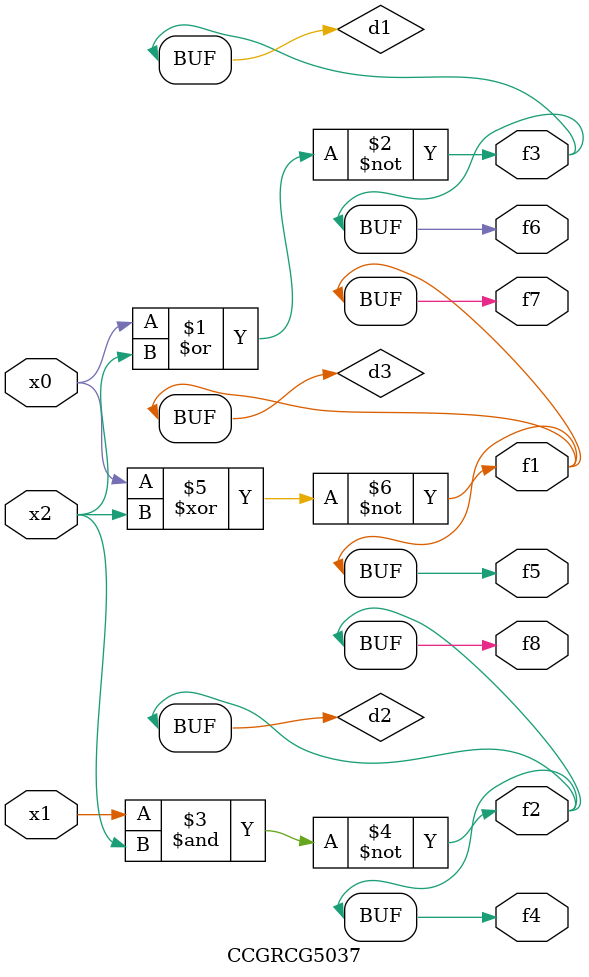
<source format=v>
module CCGRCG5037(
	input x0, x1, x2,
	output f1, f2, f3, f4, f5, f6, f7, f8
);

	wire d1, d2, d3;

	nor (d1, x0, x2);
	nand (d2, x1, x2);
	xnor (d3, x0, x2);
	assign f1 = d3;
	assign f2 = d2;
	assign f3 = d1;
	assign f4 = d2;
	assign f5 = d3;
	assign f6 = d1;
	assign f7 = d3;
	assign f8 = d2;
endmodule

</source>
